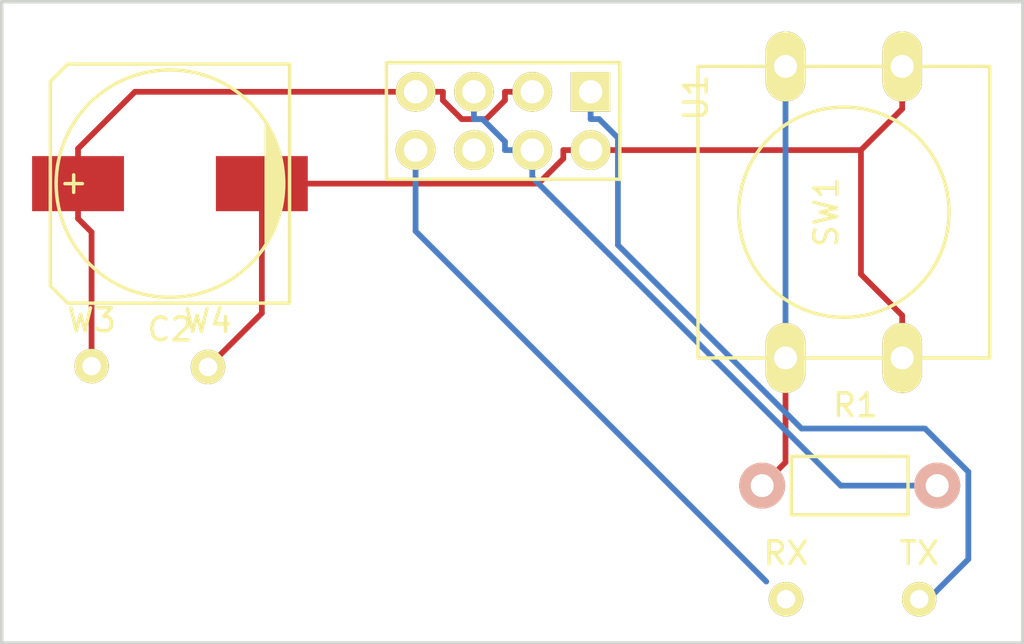
<source format=kicad_pcb>
(kicad_pcb (version 4) (host pcbnew 4.0.2+e4-6225~38~ubuntu16.04.1-stable)

  (general
    (links 13)
    (no_connects 1)
    (area 74.407819 39.8198 117.55404 68.1387)
    (thickness 1.6)
    (drawings 4)
    (tracks 47)
    (zones 0)
    (modules 8)
    (nets 8)
  )

  (page A4)
  (layers
    (0 F.Cu signal)
    (31 B.Cu signal)
    (32 B.Adhes user)
    (33 F.Adhes user)
    (34 B.Paste user)
    (35 F.Paste user)
    (36 B.SilkS user)
    (37 F.SilkS user)
    (38 B.Mask user)
    (39 F.Mask user)
    (40 Dwgs.User user)
    (41 Cmts.User user)
    (42 Eco1.User user)
    (43 Eco2.User user)
    (44 Edge.Cuts user)
    (45 Margin user)
    (46 B.CrtYd user)
    (47 F.CrtYd user)
    (48 B.Fab user)
    (49 F.Fab user)
  )

  (setup
    (last_trace_width 0.25)
    (trace_clearance 0.2)
    (zone_clearance 0.508)
    (zone_45_only no)
    (trace_min 0.2)
    (segment_width 0.2)
    (edge_width 0.15)
    (via_size 0.6)
    (via_drill 0.4)
    (via_min_size 0.4)
    (via_min_drill 0.3)
    (uvia_size 0.3)
    (uvia_drill 0.1)
    (uvias_allowed no)
    (uvia_min_size 0.2)
    (uvia_min_drill 0.1)
    (pcb_text_width 0.3)
    (pcb_text_size 1.5 1.5)
    (mod_edge_width 0.15)
    (mod_text_size 1 1)
    (mod_text_width 0.15)
    (pad_size 1.524 1.524)
    (pad_drill 0.762)
    (pad_to_mask_clearance 0.2)
    (aux_axis_origin 0 0)
    (visible_elements FFFFFF7F)
    (pcbplotparams
      (layerselection 0x00030_80000001)
      (usegerberextensions false)
      (excludeedgelayer true)
      (linewidth 0.100000)
      (plotframeref false)
      (viasonmask false)
      (mode 1)
      (useauxorigin false)
      (hpglpennumber 1)
      (hpglpenspeed 20)
      (hpglpendiameter 15)
      (hpglpenoverlay 2)
      (psnegative false)
      (psa4output false)
      (plotreference true)
      (plotvalue true)
      (plotinvisibletext false)
      (padsonsilk false)
      (subtractmaskfromsilk false)
      (outputformat 1)
      (mirror false)
      (drillshape 0)
      (scaleselection 1)
      (outputdirectory ""))
  )

  (net 0 "")
  (net 1 GND)
  (net 2 "Net-(R1-Pad1)")
  (net 3 "Net-(U1-Pad1)")
  (net 4 "Net-(U1-Pad6)")
  (net 5 "Net-(U1-Pad8)")
  (net 6 VCC)
  (net 7 /SWT_IN)

  (net_class Default "This is the default net class."
    (clearance 0.2)
    (trace_width 0.25)
    (via_dia 0.6)
    (via_drill 0.4)
    (uvia_dia 0.3)
    (uvia_drill 0.1)
    (add_net /SWT_IN)
    (add_net GND)
    (add_net "Net-(R1-Pad1)")
    (add_net "Net-(U1-Pad1)")
    (add_net "Net-(U1-Pad6)")
    (add_net "Net-(U1-Pad8)")
    (add_net VCC)
  )

  (module Buttons_Switches_ThroughHole:SW_PUSH-12mm (layer F.Cu) (tedit 57942075) (tstamp 5794205B)
    (at 110.32 48.5394 90)
    (path /57627C4D)
    (fp_text reference SW1 (at 0 -0.762 90) (layer F.SilkS)
      (effects (font (size 1 1) (thickness 0.15)))
    )
    (fp_text value SW_PUSH (at 0 1.016 90) (layer F.Fab)
      (effects (font (size 1 1) (thickness 0.15)))
    )
    (fp_circle (center 0 0) (end 3.81 2.54) (layer F.SilkS) (width 0.15))
    (fp_line (start -6.35 -6.35) (end 6.35 -6.35) (layer F.SilkS) (width 0.15))
    (fp_line (start 6.35 -6.35) (end 6.35 6.35) (layer F.SilkS) (width 0.15))
    (fp_line (start 6.35 6.35) (end -6.35 6.35) (layer F.SilkS) (width 0.15))
    (fp_line (start -6.35 6.35) (end -6.35 -6.35) (layer F.SilkS) (width 0.15))
    (pad 1 thru_hole oval (at 6.35 -2.54 90) (size 3.048 1.7272) (drill 1) (layers *.Cu *.Mask F.SilkS)
      (net 2 "Net-(R1-Pad1)"))
    (pad 2 thru_hole oval (at 6.35 2.54 90) (size 3.048 1.7272) (drill 1) (layers *.Cu *.Mask F.SilkS)
      (net 1 GND))
    (pad 1 thru_hole oval (at -6.35 -2.54 90) (size 3.048 1.7272) (drill 1) (layers *.Cu *.Mask F.SilkS)
      (net 2 "Net-(R1-Pad1)"))
    (pad 2 thru_hole oval (at -6.35 2.54 90) (size 3.048 1.7272) (drill 1) (layers *.Cu *.Mask F.SilkS)
      (net 1 GND))
    (model Buttons_Switches_ThroughHole.3dshapes/SW_PUSH-12mm.wrl
      (at (xyz 0 0 0))
      (scale (xyz 4 4 4))
      (rotate (xyz 0 0 0))
    )
  )

  (module Capacitors_SMD:c_elec_10x10 (layer F.Cu) (tedit 55729832) (tstamp 5794204D)
    (at 80.9828 47.2948 180)
    (descr "SMT capacitor, aluminium electrolytic, 10x10")
    (path /5771CAA5)
    (attr smd)
    (fp_text reference C2 (at 0 -6.35 180) (layer F.SilkS)
      (effects (font (size 1 1) (thickness 0.15)))
    )
    (fp_text value 1000uF (at 0 6.35 180) (layer F.Fab)
      (effects (font (size 1 1) (thickness 0.15)))
    )
    (fp_line (start -6.35 -5.6) (end 6.35 -5.6) (layer F.CrtYd) (width 0.05))
    (fp_line (start 6.35 -5.6) (end 6.35 5.6) (layer F.CrtYd) (width 0.05))
    (fp_line (start 6.35 5.6) (end -6.35 5.6) (layer F.CrtYd) (width 0.05))
    (fp_line (start -6.35 5.6) (end -6.35 -5.6) (layer F.CrtYd) (width 0.05))
    (fp_line (start -4.826 1.016) (end -4.826 -1.016) (layer F.SilkS) (width 0.15))
    (fp_line (start -4.699 -1.397) (end -4.699 1.524) (layer F.SilkS) (width 0.15))
    (fp_line (start -4.572 1.778) (end -4.572 -1.778) (layer F.SilkS) (width 0.15))
    (fp_line (start -4.445 -2.159) (end -4.445 2.159) (layer F.SilkS) (width 0.15))
    (fp_line (start -4.318 2.413) (end -4.318 -2.413) (layer F.SilkS) (width 0.15))
    (fp_line (start -4.191 -2.54) (end -4.191 2.54) (layer F.SilkS) (width 0.15))
    (fp_line (start -5.207 -5.207) (end -5.207 5.207) (layer F.SilkS) (width 0.15))
    (fp_line (start -5.207 5.207) (end 4.445 5.207) (layer F.SilkS) (width 0.15))
    (fp_line (start 4.445 5.207) (end 5.207 4.445) (layer F.SilkS) (width 0.15))
    (fp_line (start 5.207 4.445) (end 5.207 -4.445) (layer F.SilkS) (width 0.15))
    (fp_line (start 5.207 -4.445) (end 4.445 -5.207) (layer F.SilkS) (width 0.15))
    (fp_line (start 4.445 -5.207) (end -5.207 -5.207) (layer F.SilkS) (width 0.15))
    (fp_line (start 4.572 0) (end 3.81 0) (layer F.SilkS) (width 0.15))
    (fp_line (start 4.191 -0.381) (end 4.191 0.381) (layer F.SilkS) (width 0.15))
    (fp_circle (center 0 0) (end 4.953 0) (layer F.SilkS) (width 0.15))
    (pad 1 smd rect (at 4.0005 0 180) (size 4.0005 2.4003) (layers F.Cu F.Paste F.Mask)
      (net 6 VCC))
    (pad 2 smd rect (at -4.0005 0 180) (size 4.0005 2.4003) (layers F.Cu F.Paste F.Mask)
      (net 1 GND))
    (model Capacitors_SMD.3dshapes/c_elec_10x10.wrl
      (at (xyz 0 0 0))
      (scale (xyz 1 1 1))
      (rotate (xyz 0 0 0))
    )
  )

  (module Resistors_ThroughHole:Resistor_Horizontal_RM7mm (layer F.Cu) (tedit 5794203D) (tstamp 57942053)
    (at 106.764 60.452)
    (descr "Resistor, Axial,  RM 7.62mm, 1/3W,")
    (tags "Resistor Axial RM 7.62mm 1/3W R3")
    (path /576284E0)
    (fp_text reference R1 (at 4.05892 -3.50012) (layer F.SilkS)
      (effects (font (size 1 1) (thickness 0.15)))
    )
    (fp_text value 10 (at 3.556 0.1778) (layer F.Fab)
      (effects (font (size 1 1) (thickness 0.15)))
    )
    (fp_line (start -1.25 -1.5) (end 8.85 -1.5) (layer F.CrtYd) (width 0.05))
    (fp_line (start -1.25 1.5) (end -1.25 -1.5) (layer F.CrtYd) (width 0.05))
    (fp_line (start 8.85 -1.5) (end 8.85 1.5) (layer F.CrtYd) (width 0.05))
    (fp_line (start -1.25 1.5) (end 8.85 1.5) (layer F.CrtYd) (width 0.05))
    (fp_line (start 1.27 -1.27) (end 6.35 -1.27) (layer F.SilkS) (width 0.15))
    (fp_line (start 6.35 -1.27) (end 6.35 1.27) (layer F.SilkS) (width 0.15))
    (fp_line (start 6.35 1.27) (end 1.27 1.27) (layer F.SilkS) (width 0.15))
    (fp_line (start 1.27 1.27) (end 1.27 -1.27) (layer F.SilkS) (width 0.15))
    (pad 1 thru_hole circle (at 0 0) (size 1.99898 1.99898) (drill 1.00076) (layers *.Cu *.SilkS *.Mask)
      (net 2 "Net-(R1-Pad1)"))
    (pad 2 thru_hole circle (at 7.62 0) (size 1.99898 1.99898) (drill 1.00076) (layers *.Cu *.SilkS *.Mask)
      (net 7 /SWT_IN))
  )

  (module ESP8266:ESP-01 (layer F.Cu) (tedit 553C10FF) (tstamp 57942067)
    (at 99.2962 43.2943 270)
    (descr "Module, ESP-8266, ESP-01, 8 pin")
    (tags "Module ESP-8266 ESP8266")
    (path /57627CF4)
    (fp_text reference U1 (at 0.254 -4.572 270) (layer F.SilkS)
      (effects (font (size 1 1) (thickness 0.15)))
    )
    (fp_text value ESP-01v090 (at 12.192 3.556 270) (layer F.Fab)
      (effects (font (size 1 1) (thickness 0.15)))
    )
    (fp_line (start -1.778 -3.302) (end 22.86 -3.302) (layer F.Fab) (width 0.1524))
    (fp_line (start 22.86 -3.302) (end 22.86 10.922) (layer F.Fab) (width 0.1524))
    (fp_line (start 22.86 10.922) (end -1.778 10.922) (layer F.Fab) (width 0.1524))
    (fp_line (start -1.778 10.922) (end -1.778 -3.302) (layer F.Fab) (width 0.1524))
    (fp_line (start 1.27 -1.27) (end -1.27 -1.27) (layer F.SilkS) (width 0.1524))
    (fp_line (start -1.27 -1.27) (end -1.27 1.27) (layer F.SilkS) (width 0.1524))
    (fp_line (start -1.75 -1.75) (end -1.75 9.4) (layer F.CrtYd) (width 0.05))
    (fp_line (start 4.3 -1.75) (end 4.3 9.4) (layer F.CrtYd) (width 0.05))
    (fp_line (start -1.75 -1.75) (end 4.3 -1.75) (layer F.CrtYd) (width 0.05))
    (fp_line (start -1.75 9.4) (end 4.3 9.4) (layer F.CrtYd) (width 0.05))
    (fp_line (start -1.27 1.27) (end -1.27 8.89) (layer F.SilkS) (width 0.1524))
    (fp_line (start -1.27 8.89) (end 3.81 8.89) (layer F.SilkS) (width 0.1524))
    (fp_line (start 3.81 8.89) (end 3.81 -1.27) (layer F.SilkS) (width 0.1524))
    (fp_line (start 3.81 -1.27) (end 1.27 -1.27) (layer F.SilkS) (width 0.1524))
    (pad 1 thru_hole rect (at 0 0 270) (size 1.7272 1.7272) (drill 1.016) (layers *.Cu *.Mask F.SilkS)
      (net 3 "Net-(U1-Pad1)"))
    (pad 2 thru_hole oval (at 2.54 0 270) (size 1.7272 1.7272) (drill 1.016) (layers *.Cu *.Mask F.SilkS)
      (net 1 GND))
    (pad 3 thru_hole oval (at 0 2.54 270) (size 1.7272 1.7272) (drill 1.016) (layers *.Cu *.Mask F.SilkS)
      (net 6 VCC))
    (pad 4 thru_hole oval (at 2.54 2.54 270) (size 1.7272 1.7272) (drill 1.016) (layers *.Cu *.Mask F.SilkS)
      (net 7 /SWT_IN))
    (pad 5 thru_hole oval (at 0 5.08 270) (size 1.7272 1.7272) (drill 1.016) (layers *.Cu *.Mask F.SilkS)
      (net 7 /SWT_IN))
    (pad 6 thru_hole oval (at 2.54 5.08 270) (size 1.7272 1.7272) (drill 1.016) (layers *.Cu *.Mask F.SilkS)
      (net 4 "Net-(U1-Pad6)"))
    (pad 7 thru_hole oval (at 0 7.62 270) (size 1.7272 1.7272) (drill 1.016) (layers *.Cu *.Mask F.SilkS)
      (net 6 VCC))
    (pad 8 thru_hole oval (at 2.54 7.62 270) (size 1.7272 1.7272) (drill 1.016) (layers *.Cu *.Mask F.SilkS)
      (net 5 "Net-(U1-Pad8)"))
  )

  (module Measurement_Points:Measurement_Point_Round-TH_Small (layer F.Cu) (tedit 579445DD) (tstamp 5794206C)
    (at 107.8 65.4)
    (descr "Mesurement Point, Square, Trough Hole,  DM 1.5mm, Drill 0.8mm,")
    (tags "Mesurement Point Round Trough Hole 1.5mm Drill 0.8mm")
    (path /5771CC98)
    (attr virtual)
    (fp_text reference RX (at 0 -2) (layer F.SilkS)
      (effects (font (size 1 1) (thickness 0.15)))
    )
    (fp_text value RX (at -2.2 0) (layer F.Fab)
      (effects (font (size 1 1) (thickness 0.15)))
    )
    (fp_circle (center 0 0) (end 1 0) (layer F.CrtYd) (width 0.05))
    (pad 1 thru_hole circle (at 0 0) (size 1.5 1.5) (drill 0.8) (layers *.Cu *.Mask F.SilkS)
      (net 5 "Net-(U1-Pad8)"))
  )

  (module Measurement_Points:Measurement_Point_Round-TH_Small (layer F.Cu) (tedit 579445DB) (tstamp 57942071)
    (at 113.6 65.4)
    (descr "Mesurement Point, Square, Trough Hole,  DM 1.5mm, Drill 0.8mm,")
    (tags "Mesurement Point Round Trough Hole 1.5mm Drill 0.8mm")
    (path /5771CD3F)
    (attr virtual)
    (fp_text reference TX (at 0 -2) (layer F.SilkS)
      (effects (font (size 1 1) (thickness 0.15)))
    )
    (fp_text value TX (at -1.9 0) (layer F.Fab)
      (effects (font (size 1 1) (thickness 0.15)))
    )
    (fp_circle (center 0 0) (end 1 0) (layer F.CrtYd) (width 0.05))
    (pad 1 thru_hole circle (at 0 0) (size 1.5 1.5) (drill 0.8) (layers *.Cu *.Mask F.SilkS)
      (net 3 "Net-(U1-Pad1)"))
  )

  (module Measurement_Points:Measurement_Point_Round-TH_Small (layer F.Cu) (tedit 56C35F63) (tstamp 57942076)
    (at 77.5716 55.245)
    (descr "Mesurement Point, Square, Trough Hole,  DM 1.5mm, Drill 0.8mm,")
    (tags "Mesurement Point Round Trough Hole 1.5mm Drill 0.8mm")
    (path /5771D67E)
    (attr virtual)
    (fp_text reference W3 (at 0 -2) (layer F.SilkS)
      (effects (font (size 1 1) (thickness 0.15)))
    )
    (fp_text value VBAT (at 0 2) (layer F.Fab)
      (effects (font (size 1 1) (thickness 0.15)))
    )
    (fp_circle (center 0 0) (end 1 0) (layer F.CrtYd) (width 0.05))
    (pad 1 thru_hole circle (at 0 0) (size 1.5 1.5) (drill 0.8) (layers *.Cu *.Mask F.SilkS)
      (net 6 VCC))
  )

  (module Measurement_Points:Measurement_Point_Round-TH_Small (layer F.Cu) (tedit 56C35F63) (tstamp 5794207B)
    (at 82.6389 55.2831)
    (descr "Mesurement Point, Square, Trough Hole,  DM 1.5mm, Drill 0.8mm,")
    (tags "Mesurement Point Round Trough Hole 1.5mm Drill 0.8mm")
    (path /5771D701)
    (attr virtual)
    (fp_text reference W4 (at 0 -2) (layer F.SilkS)
      (effects (font (size 1 1) (thickness 0.15)))
    )
    (fp_text value GBAT (at 0 2) (layer F.Fab)
      (effects (font (size 1 1) (thickness 0.15)))
    )
    (fp_circle (center 0 0) (end 1 0) (layer F.CrtYd) (width 0.05))
    (pad 1 thru_hole circle (at 0 0) (size 1.5 1.5) (drill 0.8) (layers *.Cu *.Mask F.SilkS)
      (net 1 GND))
  )

  (gr_line (start 73.66 39.37) (end 118.11 39.37) (angle 90) (layer Edge.Cuts) (width 0.15))
  (gr_line (start 73.66 67.31) (end 73.66 39.37) (angle 90) (layer Edge.Cuts) (width 0.15))
  (gr_line (start 118.11 67.31) (end 73.66 67.31) (angle 90) (layer Edge.Cuts) (width 0.15))
  (gr_line (start 118.11 39.37) (end 118.11 67.31) (angle 90) (layer Edge.Cuts) (width 0.15))

  (segment (start 112.86 42.1894) (end 112.86 44.0387) (width 0.25) (layer F.Cu) (net 1))
  (segment (start 99.2962 45.8343) (end 98.1073 45.8343) (width 0.25) (layer F.Cu) (net 1))
  (segment (start 98.1073 46.2058) (end 98.1073 45.8343) (width 0.25) (layer F.Cu) (net 1))
  (segment (start 97.0183 47.2948) (end 98.1073 46.2058) (width 0.25) (layer F.Cu) (net 1))
  (segment (start 84.9833 47.2948) (end 97.0183 47.2948) (width 0.25) (layer F.Cu) (net 1))
  (segment (start 111.0644 51.2445) (end 112.86 53.0401) (width 0.25) (layer F.Cu) (net 1))
  (segment (start 111.0644 45.8343) (end 111.0644 51.2445) (width 0.25) (layer F.Cu) (net 1))
  (segment (start 99.2962 45.8343) (end 111.0644 45.8343) (width 0.25) (layer F.Cu) (net 1))
  (segment (start 111.0644 45.8343) (end 112.86 44.0387) (width 0.25) (layer F.Cu) (net 1))
  (segment (start 112.86 54.8894) (end 112.86 53.0401) (width 0.25) (layer F.Cu) (net 1))
  (segment (start 84.9833 52.9387) (end 84.9833 47.2948) (width 0.25) (layer F.Cu) (net 1))
  (segment (start 82.6389 55.2831) (end 84.9833 52.9387) (width 0.25) (layer F.Cu) (net 1))
  (segment (start 107.78 59.436) (end 107.78 54.8894) (width 0.25) (layer F.Cu) (net 2))
  (segment (start 106.764 60.452) (end 107.78 59.436) (width 0.25) (layer F.Cu) (net 2))
  (segment (start 107.78 54.8894) (end 107.78 42.1894) (width 0.25) (layer B.Cu) (net 2))
  (segment (start 99.6678 44.4832) (end 99.2962 44.4832) (width 0.25) (layer B.Cu) (net 3))
  (segment (start 100.4851 45.3005) (end 99.6678 44.4832) (width 0.25) (layer B.Cu) (net 3))
  (segment (start 100.4851 49.9716) (end 100.4851 45.3005) (width 0.25) (layer B.Cu) (net 3))
  (segment (start 108.4772 57.9637) (end 100.4851 49.9716) (width 0.25) (layer B.Cu) (net 3))
  (segment (start 113.8523 57.9637) (end 108.4772 57.9637) (width 0.25) (layer B.Cu) (net 3))
  (segment (start 115.739 59.8504) (end 113.8523 57.9637) (width 0.25) (layer B.Cu) (net 3))
  (segment (start 115.739 63.6557) (end 115.739 59.8504) (width 0.25) (layer B.Cu) (net 3))
  (segment (start 114.231 65.1637) (end 115.739 63.6557) (width 0.25) (layer B.Cu) (net 3))
  (segment (start 99.2962 43.2943) (end 99.2962 44.4832) (width 0.25) (layer B.Cu) (net 3))
  (segment (start 91.6762 49.3645) (end 91.6762 45.8343) (width 0.25) (layer B.Cu) (net 5))
  (segment (start 106.942 64.6303) (end 91.6762 49.3645) (width 0.25) (layer B.Cu) (net 5))
  (segment (start 77.5716 49.4096) (end 76.9823 48.8203) (width 0.25) (layer F.Cu) (net 6))
  (segment (start 77.5716 55.245) (end 77.5716 49.4096) (width 0.25) (layer F.Cu) (net 6))
  (segment (start 76.9823 47.2948) (end 76.9823 48.8203) (width 0.25) (layer F.Cu) (net 6))
  (segment (start 76.9823 47.2948) (end 76.9823 45.7694) (width 0.25) (layer F.Cu) (net 6))
  (segment (start 96.7562 43.2943) (end 95.5673 43.2943) (width 0.25) (layer F.Cu) (net 6))
  (segment (start 79.4574 43.2943) (end 91.6762 43.2943) (width 0.25) (layer F.Cu) (net 6))
  (segment (start 76.9823 45.7694) (end 79.4574 43.2943) (width 0.25) (layer F.Cu) (net 6))
  (segment (start 95.5673 43.6659) (end 95.5673 43.2943) (width 0.25) (layer F.Cu) (net 6))
  (segment (start 94.75 44.4832) (end 95.5673 43.6659) (width 0.25) (layer F.Cu) (net 6))
  (segment (start 93.6824 44.4832) (end 94.75 44.4832) (width 0.25) (layer F.Cu) (net 6))
  (segment (start 92.8651 43.6659) (end 93.6824 44.4832) (width 0.25) (layer F.Cu) (net 6))
  (segment (start 92.8651 43.2943) (end 92.8651 43.6659) (width 0.25) (layer F.Cu) (net 6))
  (segment (start 91.6762 43.2943) (end 92.8651 43.2943) (width 0.25) (layer F.Cu) (net 6))
  (segment (start 110.185 60.452) (end 114.384 60.452) (width 0.25) (layer B.Cu) (net 7))
  (segment (start 96.7562 47.0232) (end 110.185 60.452) (width 0.25) (layer B.Cu) (net 7))
  (segment (start 96.7562 45.8343) (end 96.7562 47.0232) (width 0.25) (layer B.Cu) (net 7))
  (segment (start 95.5673 45.4628) (end 95.5673 45.8343) (width 0.25) (layer B.Cu) (net 7))
  (segment (start 94.5877 44.4832) (end 95.5673 45.4628) (width 0.25) (layer B.Cu) (net 7))
  (segment (start 94.2162 44.4832) (end 94.5877 44.4832) (width 0.25) (layer B.Cu) (net 7))
  (segment (start 94.2162 43.2943) (end 94.2162 44.4832) (width 0.25) (layer B.Cu) (net 7))
  (segment (start 96.7562 45.8343) (end 95.5673 45.8343) (width 0.25) (layer B.Cu) (net 7))

)

</source>
